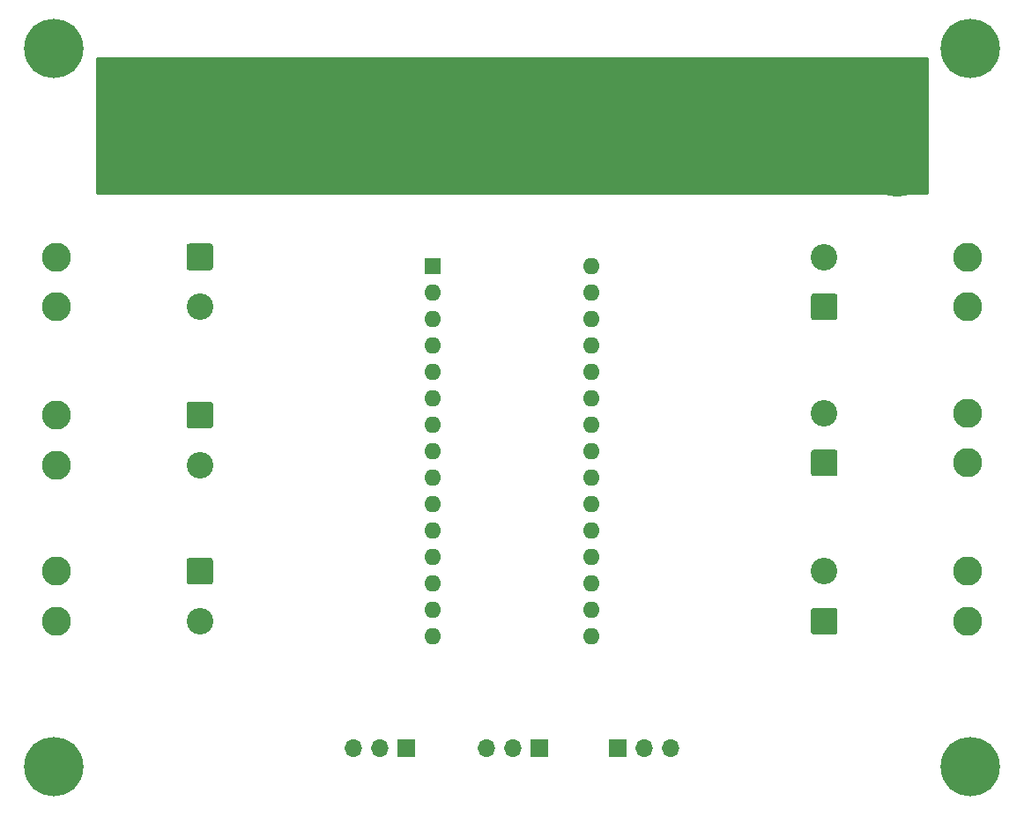
<source format=gbr>
G04 #@! TF.GenerationSoftware,KiCad,Pcbnew,(5.1.9)-1*
G04 #@! TF.CreationDate,2021-06-08T18:40:06+01:00*
G04 #@! TF.ProjectId,BrushlessPlatform V1 - SMD,42727573-686c-4657-9373-506c6174666f,rev?*
G04 #@! TF.SameCoordinates,Original*
G04 #@! TF.FileFunction,Soldermask,Bot*
G04 #@! TF.FilePolarity,Negative*
%FSLAX46Y46*%
G04 Gerber Fmt 4.6, Leading zero omitted, Abs format (unit mm)*
G04 Created by KiCad (PCBNEW (5.1.9)-1) date 2021-06-08 18:40:06*
%MOMM*%
%LPD*%
G01*
G04 APERTURE LIST*
%ADD10C,2.800000*%
%ADD11C,2.550000*%
%ADD12C,6.000000*%
%ADD13C,5.700000*%
%ADD14O,1.600000X1.600000*%
%ADD15R,1.600000X1.600000*%
%ADD16O,1.700000X1.700000*%
%ADD17R,1.700000X1.700000*%
%ADD18C,0.254000*%
%ADD19C,0.100000*%
G04 APERTURE END LIST*
D10*
X-109800000Y-59800000D03*
X-109800000Y-55000000D03*
D11*
X-96000000Y-59800000D03*
G36*
G01*
X-97025001Y-53725000D02*
X-94974999Y-53725000D01*
G75*
G02*
X-94725000Y-53974999I0J-249999D01*
G01*
X-94725000Y-56025001D01*
G75*
G02*
X-94974999Y-56275000I-249999J0D01*
G01*
X-97025001Y-56275000D01*
G75*
G02*
X-97275000Y-56025001I0J249999D01*
G01*
X-97275000Y-53974999D01*
G75*
G02*
X-97025001Y-53725000I249999J0D01*
G01*
G37*
G36*
G01*
X-30500000Y-36000000D02*
X-27500000Y-36000000D01*
G75*
G02*
X-26000000Y-37500000I0J-1500000D01*
G01*
X-26000000Y-40500000D01*
G75*
G02*
X-27500000Y-42000000I-1500000J0D01*
G01*
X-30500000Y-42000000D01*
G75*
G02*
X-32000000Y-40500000I0J1500000D01*
G01*
X-32000000Y-37500000D01*
G75*
G02*
X-30500000Y-36000000I1500000J0D01*
G01*
G37*
D12*
X-29000000Y-46200000D03*
G36*
G01*
X-104500000Y-35800000D02*
X-101500000Y-35800000D01*
G75*
G02*
X-100000000Y-37300000I0J-1500000D01*
G01*
X-100000000Y-40300000D01*
G75*
G02*
X-101500000Y-41800000I-1500000J0D01*
G01*
X-104500000Y-41800000D01*
G75*
G02*
X-106000000Y-40300000I0J1500000D01*
G01*
X-106000000Y-37300000D01*
G75*
G02*
X-104500000Y-35800000I1500000J0D01*
G01*
G37*
X-103000000Y-46000000D03*
G36*
G01*
X-67500000Y-35800000D02*
X-64500000Y-35800000D01*
G75*
G02*
X-63000000Y-37300000I0J-1500000D01*
G01*
X-63000000Y-40300000D01*
G75*
G02*
X-64500000Y-41800000I-1500000J0D01*
G01*
X-67500000Y-41800000D01*
G75*
G02*
X-69000000Y-40300000I0J1500000D01*
G01*
X-69000000Y-37300000D01*
G75*
G02*
X-67500000Y-35800000I1500000J0D01*
G01*
G37*
X-66000000Y-46000000D03*
D13*
X-110000000Y-104000000D03*
X-110000000Y-35000000D03*
D14*
X-58420000Y-91440000D03*
X-73660000Y-91440000D03*
X-58420000Y-55880000D03*
X-73660000Y-88900000D03*
X-58420000Y-58420000D03*
X-73660000Y-86360000D03*
X-58420000Y-60960000D03*
X-73660000Y-83820000D03*
X-58420000Y-63500000D03*
X-73660000Y-81280000D03*
X-58420000Y-66040000D03*
X-73660000Y-78740000D03*
X-58420000Y-68580000D03*
X-73660000Y-76200000D03*
X-58420000Y-71120000D03*
X-73660000Y-73660000D03*
X-58420000Y-73660000D03*
X-73660000Y-71120000D03*
X-58420000Y-76200000D03*
X-73660000Y-68580000D03*
X-58420000Y-78740000D03*
X-73660000Y-66040000D03*
X-58420000Y-81280000D03*
X-73660000Y-63500000D03*
X-58420000Y-83820000D03*
X-73660000Y-60960000D03*
X-58420000Y-86360000D03*
X-73660000Y-58420000D03*
X-58420000Y-88900000D03*
D15*
X-73660000Y-55880000D03*
D10*
X-109800000Y-90000000D03*
X-109800000Y-85200000D03*
D11*
X-96000000Y-90000000D03*
G36*
G01*
X-97025001Y-83925000D02*
X-94974999Y-83925000D01*
G75*
G02*
X-94725000Y-84174999I0J-249999D01*
G01*
X-94725000Y-86225001D01*
G75*
G02*
X-94974999Y-86475000I-249999J0D01*
G01*
X-97025001Y-86475000D01*
G75*
G02*
X-97275000Y-86225001I0J249999D01*
G01*
X-97275000Y-84174999D01*
G75*
G02*
X-97025001Y-83925000I249999J0D01*
G01*
G37*
D10*
X-109800000Y-75000000D03*
X-109800000Y-70200000D03*
D11*
X-96000000Y-75000000D03*
G36*
G01*
X-97025001Y-68925000D02*
X-94974999Y-68925000D01*
G75*
G02*
X-94725000Y-69174999I0J-249999D01*
G01*
X-94725000Y-71225001D01*
G75*
G02*
X-94974999Y-71475000I-249999J0D01*
G01*
X-97025001Y-71475000D01*
G75*
G02*
X-97275000Y-71225001I0J249999D01*
G01*
X-97275000Y-69174999D01*
G75*
G02*
X-97025001Y-68925000I249999J0D01*
G01*
G37*
D10*
X-22200000Y-85200000D03*
X-22200000Y-90000000D03*
D11*
X-36000000Y-85200000D03*
G36*
G01*
X-34974999Y-91275000D02*
X-37025001Y-91275000D01*
G75*
G02*
X-37275000Y-91025001I0J249999D01*
G01*
X-37275000Y-88974999D01*
G75*
G02*
X-37025001Y-88725000I249999J0D01*
G01*
X-34974999Y-88725000D01*
G75*
G02*
X-34725000Y-88974999I0J-249999D01*
G01*
X-34725000Y-91025001D01*
G75*
G02*
X-34974999Y-91275000I-249999J0D01*
G01*
G37*
D10*
X-22200000Y-70000000D03*
X-22200000Y-74800000D03*
D11*
X-36000000Y-70000000D03*
G36*
G01*
X-34974999Y-76075000D02*
X-37025001Y-76075000D01*
G75*
G02*
X-37275000Y-75825001I0J249999D01*
G01*
X-37275000Y-73774999D01*
G75*
G02*
X-37025001Y-73525000I249999J0D01*
G01*
X-34974999Y-73525000D01*
G75*
G02*
X-34725000Y-73774999I0J-249999D01*
G01*
X-34725000Y-75825001D01*
G75*
G02*
X-34974999Y-76075000I-249999J0D01*
G01*
G37*
D10*
X-22200000Y-55000000D03*
X-22200000Y-59800000D03*
D11*
X-36000000Y-55000000D03*
G36*
G01*
X-34974999Y-61075000D02*
X-37025001Y-61075000D01*
G75*
G02*
X-37275000Y-60825001I0J249999D01*
G01*
X-37275000Y-58774999D01*
G75*
G02*
X-37025001Y-58525000I249999J0D01*
G01*
X-34974999Y-58525000D01*
G75*
G02*
X-34725000Y-58774999I0J-249999D01*
G01*
X-34725000Y-60825001D01*
G75*
G02*
X-34974999Y-61075000I-249999J0D01*
G01*
G37*
D13*
X-22000000Y-35000000D03*
X-22000000Y-104000000D03*
D16*
X-68455000Y-102235000D03*
X-65915000Y-102235000D03*
D17*
X-63375000Y-102235000D03*
D16*
X-81280000Y-102235000D03*
X-78740000Y-102235000D03*
D17*
X-76200000Y-102235000D03*
D16*
X-50800000Y-102235000D03*
X-53340000Y-102235000D03*
D17*
X-55880000Y-102235000D03*
D18*
X-26127000Y-48873000D02*
X-105873000Y-48873000D01*
X-105873000Y-35877000D01*
X-26127000Y-35877000D01*
X-26127000Y-48873000D01*
D19*
G36*
X-26127000Y-48873000D02*
G01*
X-105873000Y-48873000D01*
X-105873000Y-35877000D01*
X-26127000Y-35877000D01*
X-26127000Y-48873000D01*
G37*
M02*

</source>
